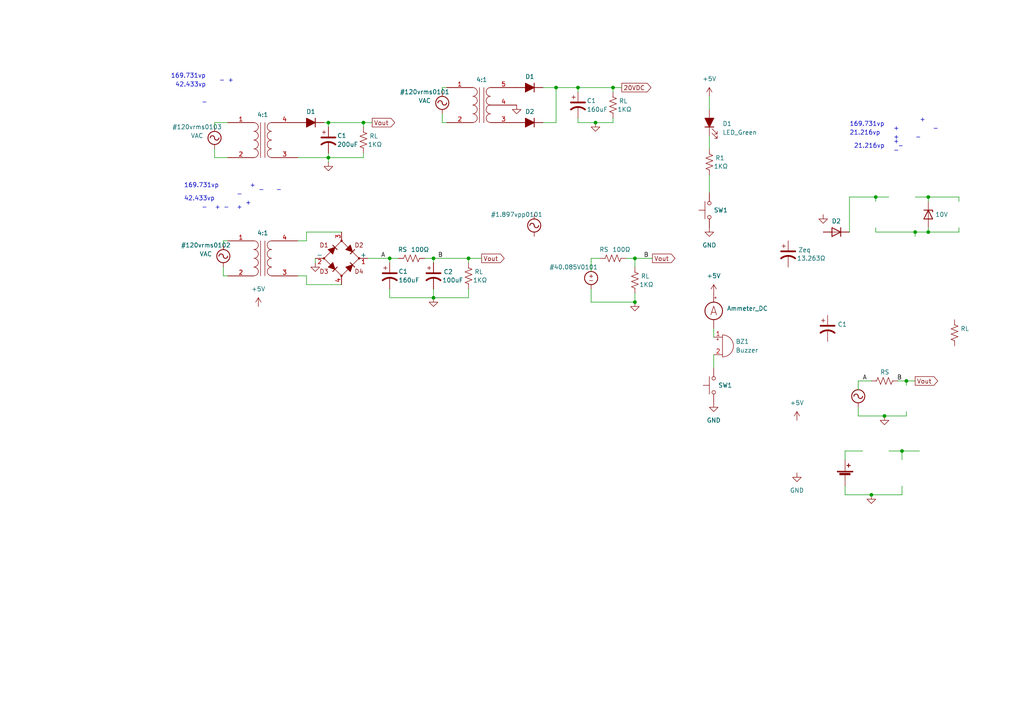
<source format=kicad_sch>
(kicad_sch (version 20211123) (generator eeschema)
  (paper "A4")
  (lib_symbols
    (symbol "AT42QT1010-M_1"
      (property "Reference" "U1" (at 3.81 8.89 0))
      (property "Value" "HC-SR04" (at 10.16 6.35 0))
      (symbol "AT42QT1010-M_1_1_1"
        (pin passive line (at 0 -7.62 90) (length 2.54) hide (name "") (number ""))
        (pin passive line (at 10.16 1.27 180) (length 2.54) (name "Echo") (number ""))
        (pin power_in line (at 0 -7.62 90) (length 2.54) (name "Gnd") (number ""))
        (pin passive line (at 10.16 -1.27 180) (length 2.54) (name "Trig") (number ""))
        (pin power_in line (at 0 7.62 270) (length 2.54) (name "Vcc") (number ""))
      )
    )
    (symbol "AT42QT1010-M_2"
      (property "Reference" "U2" (at -1.27 8.89 0))
      (property "Value" "Joystick" (at -1.27 6.35 0))
      (symbol "AT42QT1010-M_2_1_1"
        (pin passive line (at 0 -7.62 90) (length 2.54) hide (name "") (number ""))
        (pin passive line (at 10.16 -2.54 180) (length 2.54) (name "B") (number ""))
        (pin power_in line (at 0 -7.62 90) (length 2.54) (name "G") (number ""))
        (pin power_in line (at 0 7.62 270) (length 2.54) (name "V") (number ""))
        (pin passive line (at 10.16 2.54 180) (length 2.54) (name "X") (number ""))
        (pin passive line (at 10.16 0 180) (length 2.54) (name "Y") (number ""))
      )
    )
    (symbol "AT42QT1010-M_3"
      (property "Reference" "U?" (at -1.27 8.89 0))
      (property "Value" "AT42QT1010-M_3" (at -1.27 6.35 0))
      (symbol "AT42QT1010-M_3_1_1"
        (pin passive line (at 0 -10.16 90) (length 2.54) hide (name "") (number ""))
        (pin passive line (at 10.16 3.81 180) (length 2.54) (name "A") (number ""))
        (pin passive line (at 10.16 1.27 180) (length 2.54) (name "B") (number ""))
        (pin passive line (at 10.16 -3.81 180) (length 2.54) (name "C") (number ""))
        (pin passive line (at 10.16 -6.35 180) (length 2.54) (name "D") (number ""))
        (pin power_in line (at 0 -10.16 90) (length 2.54) (name "G") (number ""))
        (pin passive line (at -10.16 2.54 0) (length 2.54) (name "IN1") (number ""))
        (pin passive line (at -10.16 0 0) (length 2.54) (name "IN2") (number ""))
        (pin passive line (at -10.16 -2.54 0) (length 2.54) (name "IN3") (number ""))
        (pin passive line (at -10.16 -5.08 0) (length 2.54) (name "IN4") (number ""))
        (pin power_in line (at 0 7.62 270) (length 2.54) (name "V") (number ""))
        (pin passive line (at 10.16 -1.27 180) (length 2.54) (name "Y") (number ""))
      )
    )
    (symbol "AT42QT1010-M_4"
      (property "Reference" "U?" (at 5.08 8.89 0))
      (property "Value" "AT42QT1010-M_4" (at 17.78 6.35 0))
      (symbol "AT42QT1010-M_4_1_1"
        (pin passive line (at 0 -10.16 90) (length 2.54) hide (name "") (number ""))
        (pin power_in line (at 0 -10.16 90) (length 2.54) (name "G") (number ""))
        (pin passive line (at -10.16 -2.54 0) (length 2.54) (name "SCL") (number ""))
        (pin passive line (at -10.16 0 0) (length 2.54) (name "SDA") (number ""))
        (pin power_in line (at 0 7.62 270) (length 2.54) (name "V") (number ""))
      )
    )
    (symbol "AT42QT1010-M_5"
      (property "Reference" "U?" (at 5.08 8.89 0))
      (property "Value" "AT42QT1010-M_5" (at 12.7 6.35 0))
      (symbol "AT42QT1010-M_5_1_1"
        (pin passive line (at 0 -10.16 90) (length 2.54) hide (name "") (number ""))
        (pin power_in line (at 0 -10.16 90) (length 2.54) (name "GND") (number ""))
        (pin passive line (at -10.16 0 0) (length 2.54) (name "SDA") (number ""))
        (pin passive line (at -10.16 -2.54 0) (length 2.54) (name "SDL") (number ""))
        (pin power_in line (at 0 7.62 270) (length 2.54) (name "VCC") (number ""))
      )
    )
    (symbol "Arduino_Nano_v3.x_1"
      (property "Reference" "A1_Nano1" (at 3.81 1.27 0))
      (symbol "Arduino_Nano_v3.x_1_1_1"
        (pin bidirectional line (at -12.7 12.7 0) (length 2.54) (name "D1/TX") (number "1"))
        (pin bidirectional line (at -12.7 -2.54 0) (length 2.54) (name "D7") (number "10"))
        (pin bidirectional line (at -12.7 -5.08 0) (length 2.54) (name "D8") (number "11"))
        (pin bidirectional line (at -12.7 -7.62 0) (length 2.54) (name "D9") (number "12"))
        (pin bidirectional line (at -12.7 -10.16 0) (length 2.54) (name "D10") (number "13"))
        (pin bidirectional line (at -12.7 -12.7 0) (length 2.54) (name "D11") (number "14"))
        (pin bidirectional line (at -12.7 -15.24 0) (length 2.54) (name "D12") (number "15"))
        (pin bidirectional line (at -12.7 -17.78 0) (length 2.54) (name "D13") (number "16"))
        (pin power_out line (at 7.62 25.4 270) (length 2.54) (name "3V3") (number "17"))
        (pin input line (at 12.7 5.08 180) (length 2.54) (name "AREF") (number "18"))
        (pin bidirectional line (at 12.7 0 180) (length 2.54) (name "A0") (number "19"))
        (pin bidirectional line (at -12.7 15.24 0) (length 2.54) (name "D0/RX") (number "2"))
        (pin bidirectional line (at 12.7 -2.54 180) (length 2.54) (name "A1") (number "20"))
        (pin bidirectional line (at 12.7 -5.08 180) (length 2.54) (name "A2") (number "21"))
        (pin bidirectional line (at 12.7 -7.62 180) (length 2.54) (name "A3") (number "22"))
        (pin bidirectional line (at 12.7 -10.16 180) (length 2.54) (name "A4") (number "23"))
        (pin bidirectional line (at 12.7 -12.7 180) (length 2.54) (name "A5") (number "24"))
        (pin bidirectional line (at 12.7 -15.24 180) (length 2.54) (name "A6") (number "25"))
        (pin bidirectional line (at 12.7 -17.78 180) (length 2.54) (name "A7") (number "26"))
        (pin power_out line (at 5.08 25.4 270) (length 2.54) (name "+5V") (number "27"))
        (pin input line (at 12.7 15.24 180) (length 2.54) (name "~{RESET}") (number "28"))
        (pin power_in line (at 2.54 -25.4 90) (length 2.54) (name "GND") (number "29"))
        (pin input line (at 12.7 12.7 180) (length 2.54) (name "~{RESET}") (number "3"))
        (pin power_in line (at -2.54 25.4 270) (length 2.54) (name "VIN") (number "30"))
        (pin power_in line (at 0 -25.4 90) (length 2.54) (name "GND") (number "4"))
        (pin bidirectional line (at -12.7 10.16 0) (length 2.54) (name "D2") (number "5"))
        (pin bidirectional line (at -12.7 7.62 0) (length 2.54) (name "D3") (number "6"))
        (pin bidirectional line (at -12.7 5.08 0) (length 2.54) (name "D4") (number "7"))
        (pin bidirectional line (at -12.7 2.54 0) (length 2.54) (name "D5") (number "8"))
        (pin bidirectional line (at -12.7 0 0) (length 2.54) (name "D6") (number "9"))
      )
    )
    (symbol "DIODE_1" (pin_numbers hide) (pin_names (offset 1.016) hide)
      (property "Reference" "D1" (at 0 3.175 0))
      (symbol "DIODE_1_1_1"
        (pin passive line (at -3.81 0 0) (length 2.54) (name "A") (number "1"))
        (pin passive line (at 3.81 0 180) (length 2.54) (name "K") (number "2"))
      )
    )
    (symbol "Device:Ammeter_DC" (pin_numbers hide) (pin_names (offset 0.0254) hide)
      (property "Reference" "MES?" (at 3.81 1.7146 0))
      (property "Value" "Ammeter_DC" (at 3.81 -0.8254 0))
      (symbol "Ammeter_DC_0_0"
        (text "A" (at 0 0 0) (effects (font (size 2.54 2.54))))
      )
      (symbol "Ammeter_DC_1_1"
        (pin passive line (at 0 -5.08 90) (length 2.54) (name "-") (number "1"))
        (pin passive line (at 0 5.08 270) (length 2.54) (name "+") (number "2"))
      )
    )
    (symbol "Device:Battery_Cell" (pin_numbers hide) (pin_names (offset 0) hide)
      (property "Reference" "BT" (at 2.54 2.54 0))
      (property "Value" "Battery_Cell" (at 2.54 0 0))
      (symbol "Battery_Cell_1_1"
        (pin passive line (at 0 5.08 270) (length 2.54) (name "+") (number "1"))
        (pin passive line (at 0 -2.54 90) (length 2.54) (name "-") (number "2"))
      )
    )
    (symbol "Device:Buzzer" (pin_names (offset 0.0254) hide)
      (property "Reference" "BZ" (at 3.81 1.27 0))
      (property "Value" "Buzzer" (at 3.81 -1.27 0))
      (symbol "Buzzer_1_1"
        (pin passive line (at -2.54 2.54 0) (length 2.54) (name "-") (number "1"))
        (pin passive line (at -2.54 -2.54 0) (length 2.54) (name "+") (number "2"))
      )
    )
    (symbol "Device:D_Bridge_+-AA" (pin_names (offset 0))
      (symbol "D_Bridge_+-AA_0_0"
        (text "D1" (at -5.08 3.81 0) (effects (font (size 1.27 1.27))))
        (text "D2" (at 5.08 3.81 0) (effects (font (size 1.27 1.27))))
        (text "D3" (at -5.08 -3.81 0) (effects (font (size 1.27 1.27))))
        (text "D4" (at 5.08 -3.81 0) (effects (font (size 1.27 1.27))))
      )
      (symbol "D_Bridge_+-AA_1_1"
        (pin passive line (at 7.62 0 180) (length 2.54) (name "+") (number "1"))
        (pin passive line (at -7.62 0 0) (length 2.54) (name "-") (number "2"))
        (pin passive line (at 0 7.62 270) (length 2.54) (name "~") (number "3"))
        (pin passive line (at 0 -7.62 90) (length 2.54) (name "~") (number "4"))
      )
    )
    (symbol "Device:D_Zener" (pin_numbers hide) (pin_names (offset 1.016) hide)
      (property "Reference" "D" (at 0 2.54 0))
      (property "Value" "D_Zener" (at 0 -2.54 0))
      (symbol "D_Zener_1_1"
        (pin passive line (at -3.81 0 0) (length 2.54) (name "K") (number "1"))
        (pin passive line (at 3.81 0 180) (length 2.54) (name "A") (number "2"))
      )
    )
    (symbol "Device:LED_BGRK" (pin_names (offset 0) hide)
      (property "Reference" "D1" (at 8.89 1.2701 90))
      (property "Value" "Traffic_Light_Sensor" (at 8.89 -1.2699 90))
      (symbol "LED_BGRK_0_0"
        (text "G" (at 3.81 6.35 0) (effects (font (size 1.27 1.27))))
        (text "GND" (at -5.08 1.27 0) (effects (font (size 1.27 1.27))))
        (text "R" (at 3.81 -3.81 0) (effects (font (size 1.27 1.27))))
        (text "Y" (at 3.81 1.27 0) (effects (font (size 1.27 1.27))))
      )
      (symbol "LED_BGRK_1_1"
        (pin passive line (at 5.08 -5.08 180) (length 2.54) (name "BA") (number "1"))
        (pin passive line (at 5.08 0 180) (length 2.54) (name "GA") (number "2"))
        (pin passive line (at 5.08 5.08 180) (length 2.54) (name "RA") (number "3"))
        (pin passive line (at -5.08 0 0) (length 2.54) (name "K") (number "4"))
      )
    )
    (symbol "Device:LED_Filled" (pin_numbers hide) (pin_names (offset 1.016) hide)
      (property "Reference" "D" (at 0 2.54 0))
      (property "Value" "LED_Filled" (at 0 -2.54 0))
      (symbol "LED_Filled_1_1"
        (pin passive line (at -3.81 0 0) (length 2.54) (name "K") (number "1"))
        (pin passive line (at 3.81 0 180) (length 2.54) (name "A") (number "2"))
      )
    )
    (symbol "Device:R_Potentiometer_US" (pin_names (offset 1.016) hide)
      (property "Reference" "RV" (at -4.445 0 90))
      (property "Value" "R_Potentiometer_US" (at -2.54 0 90))
      (symbol "R_Potentiometer_US_1_1"
        (pin passive line (at 0 3.81 270) (length 1.27) (name "1") (number "1"))
        (pin passive line (at 3.81 0 180) (length 1.27) (name "2") (number "2"))
        (pin passive line (at 0 -3.81 90) (length 1.27) (name "3") (number "3"))
      )
    )
    (symbol "Device:R_US" (pin_numbers hide) (pin_names (offset 0))
      (property "Reference" "R" (at 2.54 0 90))
      (property "Value" "R_US" (at -2.54 0 90))
      (symbol "R_US_1_1"
        (pin passive line (at 0 3.81 270) (length 1.27) (name "~") (number "1"))
        (pin passive line (at 0 -3.81 90) (length 1.27) (name "~") (number "2"))
      )
    )
    (symbol "Device:Transformer_1P_1S" (pin_names (offset 1.016) hide)
      (property "Reference" "T" (at 0 6.35 0))
      (property "Value" "Transformer_1P_1S" (at 0 -7.62 0))
      (symbol "Transformer_1P_1S_1_1"
        (pin passive line (at -10.16 5.08 0) (length 7.62) (name "AA") (number "1"))
        (pin passive line (at -10.16 -5.08 0) (length 7.62) (name "AB") (number "2"))
        (pin passive line (at 10.16 -5.08 180) (length 7.62) (name "SA") (number "3"))
        (pin passive line (at 10.16 5.08 180) (length 7.62) (name "SB") (number "4"))
      )
    )
    (symbol "Device:Transformer_1P_SS" (pin_names (offset 1.016) hide)
      (property "Reference" "T" (at 0 6.35 0))
      (property "Value" "Transformer_1P_SS" (at 0 -7.62 0))
      (symbol "Transformer_1P_SS_1_1"
        (pin passive line (at -10.16 5.08 0) (length 7.62) (name "AA") (number "1"))
        (pin passive line (at -10.16 -5.08 0) (length 7.62) (name "AB") (number "2"))
        (pin passive line (at 10.16 -5.08 180) (length 7.62) (name "SA") (number "3"))
        (pin passive line (at 10.16 0 180) (length 7.62) (name "SC") (number "4"))
        (pin passive line (at 10.16 5.08 180) (length 7.62) (name "SB") (number "5"))
      )
    )
    (symbol "Display_Character:WC1602A"
      (property "Reference" "LCD1" (at 8.89 1.2701 0))
      (property "Value" "0802A" (at 8.89 -1.2699 0))
      (symbol "WC1602A_1_1"
        (pin power_in line (at 0 -20.32 90) (length 2.54) (name "Gnd") (number "1"))
        (pin input line (at -10.16 1.27 0) (length 2.54) (name "D3") (number "10"))
        (pin input line (at -10.16 3.81 0) (length 2.54) (name "D4") (number "11"))
        (pin input line (at -10.16 6.35 0) (length 2.54) (name "D5") (number "12"))
        (pin input line (at -10.16 8.89 0) (length 2.54) (name "D6") (number "13"))
        (pin input line (at -10.16 11.43 0) (length 2.54) (name "D7") (number "14"))
        (pin power_in line (at 0 20.32 270) (length 2.54) (name "Vcc") (number "2"))
        (pin input line (at 3.81 20.32 270) (length 2.54) (name "VO") (number "3"))
        (pin input line (at -10.16 -13.97 0) (length 2.54) (name "RS") (number "4"))
        (pin input line (at 3.81 -20.32 90) (length 2.54) (name "R/W") (number "5"))
        (pin input line (at -10.16 -11.43 0) (length 2.54) (name "E") (number "6"))
        (pin input line (at -10.16 -6.35 0) (length 2.54) (name "D0") (number "7"))
        (pin input line (at -10.16 -3.81 0) (length 2.54) (name "D1") (number "8"))
        (pin input line (at -10.16 -1.27 0) (length 2.54) (name "D2") (number "9"))
      )
    )
    (symbol "MCU_Module:Arduino_Nano_v3.x"
      (property "Reference" "A" (at -10.16 23.495 0))
      (property "Value" "Arduino_Nano_v3.x" (at 5.08 -24.13 0))
      (symbol "Arduino_Nano_v3.x_1_1"
        (pin bidirectional line (at -12.7 12.7 0) (length 2.54) (name "D1/TX") (number "1"))
        (pin bidirectional line (at -12.7 -2.54 0) (length 2.54) (name "D7") (number "10"))
        (pin bidirectional line (at -12.7 -5.08 0) (length 2.54) (name "D8") (number "11"))
        (pin bidirectional line (at -12.7 -7.62 0) (length 2.54) (name "D9") (number "12"))
        (pin bidirectional line (at -12.7 -10.16 0) (length 2.54) (name "D10") (number "13"))
        (pin bidirectional line (at -12.7 -12.7 0) (length 2.54) (name "D11") (number "14"))
        (pin bidirectional line (at -12.7 -15.24 0) (length 2.54) (name "D12") (number "15"))
        (pin bidirectional line (at -12.7 -17.78 0) (length 2.54) (name "D13") (number "16"))
        (pin power_out line (at 2.54 25.4 270) (length 2.54) (name "3V3") (number "17"))
        (pin input line (at 12.7 5.08 180) (length 2.54) (name "AREF") (number "18"))
        (pin bidirectional line (at 12.7 0 180) (length 2.54) (name "A0") (number "19"))
        (pin bidirectional line (at -12.7 15.24 0) (length 2.54) (name "D0/RX") (number "2"))
        (pin bidirectional line (at 12.7 -2.54 180) (length 2.54) (name "A1") (number "20"))
        (pin bidirectional line (at 12.7 -5.08 180) (length 2.54) (name "A2") (number "21"))
        (pin bidirectional line (at 12.7 -7.62 180) (length 2.54) (name "A3") (number "22"))
        (pin bidirectional line (at 12.7 -10.16 180) (length 2.54) (name "A4") (number "23"))
        (pin bidirectional line (at 12.7 -12.7 180) (length 2.54) (name "A5") (number "24"))
        (pin bidirectional line (at 12.7 -15.24 180) (length 2.54) (name "A6") (number "25"))
        (pin bidirectional line (at 12.7 -17.78 180) (length 2.54) (name "A7") (number "26"))
        (pin power_out line (at 5.08 25.4 270) (length 2.54) (name "+5V") (number "27"))
        (pin input line (at 12.7 15.24 180) (length 2.54) (name "~{RESET}") (number "28"))
        (pin power_in line (at 2.54 -25.4 90) (length 2.54) (name "GND") (number "29"))
        (pin input line (at 12.7 12.7 180) (length 2.54) (name "~{RESET}") (number "3"))
        (pin power_in line (at -2.54 25.4 270) (length 2.54) (name "VIN") (number "30"))
        (pin power_in line (at 0 -25.4 90) (length 2.54) (name "GND") (number "4"))
        (pin bidirectional line (at -12.7 10.16 0) (length 2.54) (name "D2") (number "5"))
        (pin bidirectional line (at -12.7 7.62 0) (length 2.54) (name "D3") (number "6"))
        (pin bidirectional line (at -12.7 5.08 0) (length 2.54) (name "D4") (number "7"))
        (pin bidirectional line (at -12.7 2.54 0) (length 2.54) (name "D5") (number "8"))
        (pin bidirectional line (at -12.7 0 0) (length 2.54) (name "D6") (number "9"))
      )
    )
    (symbol "Motor:Motor_Servo_Robbe" (pin_names (offset 0.0254))
      (property "Reference" "M?" (at 8.89 1.7035 0))
      (property "Value" "Motor_Servo_Robbe" (at 8.89 -0.8365 0))
      (symbol "Motor_Servo_Robbe_1_1"
        (pin passive line (at -7.62 -2.54 0) (length 2.54) (name "BRN") (number ""))
        (pin passive line (at -7.62 0 0) (length 2.54) (name "ORG") (number ""))
        (pin passive line (at -7.62 2.54 0) (length 2.54) (name "RED") (number ""))
      )
    )
    (symbol "Motor:Stepper_Motor_unipolar_5pin" (pin_names (offset 0) hide)
      (property "Reference" "M?" (at 5.08 0.2922 90))
      (property "Value" "Stepper_Motor_unipolar_5pin" (at 5.08 -2.2478 90))
      (symbol "Stepper_Motor_unipolar_5pin_1_1"
        (pin passive line (at 2.54 7.62 270) (length 2.54) (name "-") (number ""))
        (pin passive line (at -7.62 -2.54 0) (length 2.54) (name "~") (number ""))
        (pin passive line (at -7.62 2.54 0) (length 2.54) (name "~") (number ""))
        (pin passive line (at -5.08 7.62 270) (length 2.54) (name "~") (number ""))
        (pin passive line (at -2.54 7.62 270) (length 2.54) (name "~") (number ""))
      )
    )
    (symbol "PowerSupplies-rescue:CP1-Device" (pin_numbers hide) (pin_names (offset 0.254) hide)
      (property "Reference" "C" (at 0.635 2.54 0))
      (property "Value" "CP1-Device" (at 0.635 -2.54 0))
      (symbol "CP1-Device_1_1"
        (pin passive line (at 0 3.81 270) (length 2.794) (name "~") (number "1"))
        (pin passive line (at 0 -3.81 90) (length 3.302) (name "~") (number "2"))
      )
    )
    (symbol "Sensor_Touch:AT42QT1010-M"
      (property "Reference" "U2" (at 5.08 10.16 0))
      (property "Value" "PIR Motion Sensor" (at 25.4 7.62 0))
      (symbol "AT42QT1010-M_1_1"
        (pin passive line (at 0 -7.62 90) (length 2.54) hide (name "") (number ""))
        (pin power_in line (at 0 -7.62 90) (length 2.54) (name "G") (number ""))
        (pin passive line (at 10.16 -2.54 180) (length 2.54) (name "S") (number ""))
        (pin power_in line (at 0 7.62 270) (length 2.54) (name "V") (number ""))
      )
    )
    (symbol "Simulation_SPICE:DIODE" (pin_numbers hide) (pin_names (offset 1.016) hide)
      (property "Reference" "D" (at 0 2.54 0))
      (property "Value" "DIODE" (at 0 -2.54 0))
      (symbol "DIODE_1_1"
        (pin passive line (at -3.81 0 0) (length 2.54) (name "A") (number "1"))
        (pin passive line (at 3.81 0 180) (length 2.54) (name "K") (number "2"))
      )
    )
    (symbol "Switch:SW_Push" (pin_numbers hide) (pin_names (offset 1.016) hide)
      (property "Reference" "SW" (at 1.27 2.54 0))
      (property "Value" "SW_Push" (at 0 -1.524 0))
      (symbol "SW_Push_0_1"
        (pin passive line (at -5.08 0 0) (length 2.54) (name "1") (number "1"))
        (pin passive line (at 5.08 0 180) (length 2.54) (name "2") (number "2"))
      )
    )
    (symbol "power:+5V" (power) (pin_names (offset 0))
      (property "Value" "+5V" (at 0 3.556 0))
      (symbol "+5V_1_1"
        (pin power_in line (at 0 0 90) (length 0) hide (name "+5V") (number "1"))
      )
    )
    (symbol "power:+VDC" (power) (pin_names (offset 0))
      (property "Value" "+VDC" (at -3.81 6.35 0))
      (symbol "+VDC_0_0"
        (text "+" (at 0 3.81 0) (effects (font (size 1.27 1.27))))
        (text "-" (at 0 2.54 0) (effects (font (size 1.27 1.27))))
      )
      (symbol "+VDC_1_1"
        (pin input line (at 0 5.08 90) (length 2.54) hide (name "") (number ""))
        (pin power_in line (at 0 0 90) (length 0) hide (name "+VDC") (number "1"))
      )
    )
    (symbol "power:AC" (power) (pin_names (offset 0))
      (property "Value" "AC" (at 0 6.35 0))
      (symbol "AC_1_1"
        (pin power_in line (at 0 0 90) (length 0) hide (name "AC") (number "1"))
      )
    )
    (symbol "power:GND" (power) (pin_names (offset 0))
      (property "Value" "GND" (at 0 -3.81 0))
      (symbol "GND_1_1"
        (pin power_in line (at 0 0 270) (length 0) hide (name "GND") (number "1"))
      )
    )
    (symbol "power:VAC" (power) (pin_names (offset 0))
      (property "Value" "VAC" (at -3.81 5.08 0))
      (symbol "VAC_1_1"
        (pin input line (at 0 6.35 270) (length 1.25) (name "") (number ""))
        (pin power_in line (at 0 0 90) (length 2.54) hide (name "VAC") (number "1"))
      )
    )
  )
  (junction (at 105.41 35.56))
  (junction (at 388.62 196.85))
  (junction (at 161.29 25.4))
  (junction (at 93.98 381))
  (junction (at 125.73 74.93))
  (junction (at 265.43 67.31))
  (junction (at 269.24 57.15))
  (junction (at 254 57.15))
  (junction (at -80.01 142.24))
  (junction (at 252.73 143.51))
  (junction (at 96.52 383.54))
  (junction (at 256.54 120.65))
  (junction (at 184.15 74.93))
  (junction (at 269.24 67.31))
  (junction (at 135.89 74.93))
  (junction (at 261.62 130.81))
  (junction (at 95.25 35.56))
  (junction (at 167.64 25.4))
  (junction (at 177.8 25.4))
  (junction (at 113.03 74.93))
  (junction (at 172.72 35.56))
  (junction (at 125.73 86.36))
  (junction (at 184.15 87.63))
  (junction (at 262.89 110.49))
  (junction (at 95.25 45.72))
  (no_connect (at 356.87 234.95))
  (no_connect (at 341.63 267.97))
  (no_connect (at 367.03 260.35))
  (no_connect (at 105.41 250.19))
  (no_connect (at 90.17 375.92))
  (no_connect (at -127 274.32))
  (no_connect (at 337.82 182.88))
  (no_connect (at 64.77 358.14))
  (no_connect (at 337.82 172.72))
  (no_connect (at 337.82 187.96))
  (no_connect (at -152.4 292.1))
  (no_connect (at 341.63 247.65))
  (no_connect (at 367.03 257.81))
  (no_connect (at 363.22 160.02))
  (no_connect (at 64.77 383.54))
  (no_connect (at 341.63 265.43))
  (no_connect (at 95.25 260.35))
  (no_connect (at 64.77 370.84))
  (no_connect (at 367.03 250.19))
  (no_connect (at -127 297.18))
  (no_connect (at 64.77 378.46))
  (no_connect (at 90.17 355.6))
  (no_connect (at 74.93 345.44))
  (no_connect (at -127 284.48))
  (no_connect (at 367.03 247.65))
  (no_connect (at -127 276.86))
  (no_connect (at 341.63 245.11))
  (no_connect (at 363.22 190.5))
  (no_connect (at 378.46 175.26))
  (no_connect (at 337.82 157.48))
  (no_connect (at 347.98 147.32))
  (no_connect (at 353.06 147.32))
  (no_connect (at 367.03 265.43))
  (no_connect (at 95.25 290.83))
  (no_connect (at -139.7 314.96))
  (no_connect (at 341.63 270.51))
  (no_connect (at 120.65 267.97))
  (no_connect (at 367.03 273.05))
  (no_connect (at 64.77 375.92))
  (no_connect (at 90.17 386.08))
  (no_connect (at 120.65 290.83))
  (no_connect (at -127 289.56))
  (no_connect (at 120.65 293.37))
  (no_connect (at -152.4 299.72))
  (no_connect (at -127 292.1))
  (no_connect (at 64.77 373.38))
  (no_connect (at 95.25 293.37))
  (no_connect (at 77.47 396.24))
  (no_connect (at 64.77 381))
  (no_connect (at 337.82 180.34))
  (no_connect (at 90.17 388.62))
  (no_connect (at 367.03 262.89))
  (no_connect (at 64.77 365.76))
  (no_connect (at 120.65 273.05))
  (no_connect (at -152.4 307.34))
  (no_connect (at 95.25 283.21))
  (no_connect (at 95.25 278.13))
  (no_connect (at 120.65 262.89))
  (no_connect (at 90.17 365.76))
  (no_connect (at 367.03 278.13))
  (no_connect (at 120.65 265.43))
  (no_connect (at -127 307.34))
  (no_connect (at 337.82 175.26))
  (no_connect (at 95.25 262.89))
  (no_connect (at 64.77 388.62))
  (no_connect (at 363.22 182.88))
  (no_connect (at 341.63 273.05))
  (no_connect (at 90.17 378.46))
  (no_connect (at 378.46 177.8))
  (no_connect (at 354.33 285.75))
  (no_connect (at 120.65 275.59))
  (no_connect (at 337.82 190.5))
  (no_connect (at 367.03 252.73))
  (no_connect (at 107.95 300.99))
  (no_connect (at 90.17 370.84))
  (no_connect (at 341.63 255.27))
  (no_connect (at 363.22 172.72))
  (no_connect (at 350.52 198.12))
  (no_connect (at -137.16 264.16))
  (no_connect (at -152.4 294.64))
  (no_connect (at -127 279.4))
  (no_connect (at -152.4 297.18))
  (no_connect (at 378.46 180.34))
  (no_connect (at 378.46 172.72))
  (no_connect (at 95.25 285.75))
  (no_connect (at 363.22 180.34))
  (no_connect (at -152.4 304.8))
  (no_connect (at -152.4 302.26))
  (no_connect (at -127 294.64))
  (no_connect (at -152.4 276.86))
  (no_connect (at 120.65 260.35))
  (no_connect (at 64.77 368.3))
  (no_connect (at 351.79 234.95))
  (no_connect (at 95.25 288.29))
  (no_connect (at 90.17 358.14))
  (no_connect (at -127 287.02))
  (no_connect (at -152.4 284.48))
  (no_connect (at -152.4 274.32))
  (no_connect (at 367.03 245.11))
  (no_connect (at 64.77 355.6))
  (no_connect (at 64.77 360.68))
  (no_connect (at 95.25 275.59))
  (no_connect (at 341.63 275.59))
  (no_connect (at -152.4 279.4))
  (no_connect (at 64.77 363.22))
  (no_connect (at -152.4 289.56))
  (no_connect (at 120.65 278.13))
  (no_connect (at 110.49 250.19))
  (no_connect (at 363.22 157.48))
  (no_connect (at 90.17 373.38))
  (no_connect (at 337.82 160.02))
  (no_connect (at 95.25 280.67))
  (no_connect (at 336.55 265.43))
  (no_connect (at 120.65 270.51))
  (no_connect (at 337.82 167.64))
  (no_connect (at -127 281.94))
  (no_connect (at -152.4 281.94))
  (no_connect (at 367.03 275.59))
  (no_connect (at 337.82 185.42))
  (no_connect (at 341.63 278.13))
  (no_connect (at 337.82 177.8))
  (no_connect (at 95.25 270.51))
  (no_connect (at -142.24 264.16))
  (no_connect (at -127 304.8))
  (no_connect (at 64.77 386.08))
  (wire (pts (xy 207.01 102.87) (xy 207.01 106.68)))
  (wire (pts (xy -93.98 121.92) (xy -93.98 142.24)))
  (wire (pts (xy 129.54 35.56) (xy 128.27 35.56)))
  (wire (pts (xy 125.73 86.36) (xy 135.89 86.36)))
  (wire (pts (xy 129.54 25.4) (xy 128.27 25.4)))
  (wire (pts (xy 262.89 110.49) (xy 262.89 111.76)))
  (wire (pts (xy 177.8 25.4) (xy 180.34 25.4)))
  (wire (pts (xy 93.98 353.06) (xy 93.98 381)))
  (wire (pts (xy 363.22 167.64) (xy 378.46 167.64)))
  (wire (pts (xy 184.15 74.93) (xy 181.61 74.93)))
  (wire (pts (xy 429.26 177.8) (xy 429.26 142.24)))
  (wire (pts (xy 96.52 383.54) (xy 96.52 388.62)))
  (wire (pts (xy 184.15 87.63) (xy 171.45 87.63)))
  (wire (pts (xy 113.03 86.36) (xy 125.73 86.36)))
  (wire (pts (xy 278.13 66.04) (xy 278.13 67.31)))
  (wire (pts (xy 113.03 74.93) (xy 115.57 74.93)))
  (wire (pts (xy 95.25 35.56) (xy 105.41 35.56)))
  (wire (pts (xy 99.06 386.08) (xy 93.98 386.08)))
  (wire (pts (xy 125.73 76.2) (xy 125.73 74.93)))
  (wire (pts (xy 369.57 175.26) (xy 363.22 175.26)))
  (wire (pts (xy 157.48 35.56) (xy 161.29 35.56)))
  (wire (pts (xy 269.24 67.31) (xy 278.13 67.31)))
  (wire (pts (xy 184.15 74.93) (xy 189.23 74.93)))
  (wire (pts (xy 88.9 82.55) (xy 88.9 80.01)))
  (wire (pts (xy 248.92 110.49) (xy 252.73 110.49)))
  (wire (pts (xy 184.15 85.09) (xy 184.15 87.63)))
  (wire (pts (xy 375.92 144.78) (xy 426.72 144.78)))
  (wire (pts (xy 161.29 276.86) (xy 162.56 276.86)))
  (wire (pts (xy 265.43 67.31) (xy 269.24 67.31)))
  (wire (pts (xy 96.52 355.6) (xy 99.06 355.6)))
  (wire (pts (xy 245.11 143.51) (xy 252.73 143.51)))
  (wire (pts (xy 459.74 288.29) (xy 459.74 252.73)))
  (wire (pts (xy -93.98 96.52) (xy -93.98 116.84)))
  (wire (pts (xy 88.9 69.85) (xy 86.36 69.85)))
  (wire (pts (xy 318.77 68.58) (xy 318.77 72.39)))
  (wire (pts (xy 90.17 383.54) (xy 96.52 383.54)))
  (wire (pts (xy 363.22 165.1) (xy 378.46 165.1)))
  (wire (pts (xy 254 57.15) (xy 254 58.42)))
  (wire (pts (xy 367.03 270.51) (xy 381 270.51)))
  (wire (pts (xy 254 66.04) (xy 254 67.31)))
  (wire (pts (xy 172.72 289.56) (xy 172.72 287.02)))
  (wire (pts (xy 261.62 130.81) (xy 257.81 130.81)))
  (wire (pts (xy 157.48 25.4) (xy 161.29 25.4)))
  (wire (pts (xy 336.55 262.89) (xy 341.63 262.89)))
  (wire (pts (xy 260.35 110.49) (xy 262.89 110.49)))
  (wire (pts (xy 369.57 142.24) (xy 369.57 175.26)))
  (wire (pts (xy 262.89 119.38) (xy 262.89 120.65)))
  (wire (pts (xy 205.74 27.94) (xy 205.74 31.75)))
  (wire (pts (xy 86.36 45.72) (xy 95.25 45.72)))
  (wire (pts (xy 171.45 83.82) (xy 171.45 87.63)))
  (wire (pts (xy 128.27 25.4) (xy 128.27 26.67)))
  (wire (pts (xy 246.38 57.15) (xy 254 57.15)))
  (wire (pts (xy 453.39 288.29) (xy 459.74 288.29)))
  (wire (pts (xy 105.41 35.56) (xy 107.95 35.56)))
  (wire (pts (xy 125.73 74.93) (xy 123.19 74.93)))
  (wire (pts (xy 66.04 69.85) (xy 64.77 69.85)))
  (wire (pts (xy 167.64 34.29) (xy 167.64 35.56)))
  (wire (pts (xy 388.62 152.4) (xy 388.62 153.67)))
  (wire (pts (xy 64.77 69.85) (xy 64.77 71.12)))
  (wire (pts (xy 363.22 187.96) (xy 378.46 187.96)))
  (wire (pts (xy 96.52 355.6) (xy 96.52 383.54)))
  (wire (pts (xy -27.94 71.12) (xy -27.94 77.47)))
  (wire (pts (xy 388.62 194.31) (xy 388.62 196.85)))
  (wire (pts (xy 149.86 287.02) (xy 167.64 287.02)))
  (wire (pts (xy 426.72 175.26) (xy 426.72 144.78)))
  (wire (pts (xy 269.24 66.04) (xy 269.24 67.31)))
  (wire (pts (xy 93.98 386.08) (xy 93.98 381)))
  (wire (pts (xy 96.52 388.62) (xy 99.06 388.62)))
  (wire (pts (xy 135.89 83.82) (xy 135.89 86.36)))
  (wire (pts (xy 184.15 77.47) (xy 184.15 74.93)))
  (wire (pts (xy 93.98 353.06) (xy 99.06 353.06)))
  (wire (pts (xy 422.91 175.26) (xy 426.72 175.26)))
  (wire (pts (xy 262.89 120.65) (xy 256.54 120.65)))
  (wire (pts (xy 248.92 120.65) (xy 256.54 120.65)))
  (wire (pts (xy 172.72 35.56) (xy 177.8 35.56)))
  (wire (pts (xy 120.65 285.75) (xy 129.54 285.75)))
  (wire (pts (xy 252.73 143.51) (xy 261.62 143.51)))
  (wire (pts (xy 90.17 381) (xy 93.98 381)))
  (wire (pts (xy 85.09 345.44) (xy 109.22 345.44)))
  (wire (pts (xy 261.62 143.51) (xy 261.62 140.97)))
  (wire (pts (xy 254 57.15) (xy 257.81 57.15)))
  (wire (pts (xy 167.64 25.4) (xy 161.29 25.4)))
  (wire (pts (xy 248.92 110.49) (xy 248.92 113.03)))
  (wire (pts (xy -27.94 55.88) (xy -27.94 63.5)))
  (wire (pts (xy 120.65 288.29) (xy 129.54 288.29)))
  (wire (pts (xy 381 248.92) (xy 374.65 248.92)))
  (wire (pts (xy 265.43 68.58) (xy 265.43 67.31)))
  (wire (pts (xy 105.41 44.45) (xy 105.41 45.72)))
  (wire (pts (xy -93.98 142.24) (xy -80.01 142.24)))
  (wire (pts (xy 245.11 133.35) (xy 245.11 130.81)))
  (wire (pts (xy 398.78 156.21) (xy 400.05 156.21)))
  (wire (pts (xy 245.11 140.97) (xy 245.11 143.51)))
  (wire (pts (xy 422.91 177.8) (xy 429.26 177.8)))
  (wire (pts (xy 363.22 177.8) (xy 375.92 177.8)))
  (wire (pts (xy 62.23 43.18) (xy 62.23 45.72)))
  (wire (pts (xy 336.55 260.35) (xy 341.63 260.35)))
  (wire (pts (xy 205.74 50.8) (xy 205.74 55.88)))
  (wire (pts (xy 254 67.31) (xy 265.43 67.31)))
  (wire (pts (xy -22.86 120.65) (xy -22.86 123.19)))
  (wire (pts (xy 398.78 156.21) (xy 398.78 153.67)))
  (wire (pts (xy 388.62 196.85) (xy 392.43 196.85)))
  (wire (pts (xy 269.24 58.42) (xy 269.24 57.15)))
  (wire (pts (xy 88.9 80.01) (xy 86.36 80.01)))
  (wire (pts (xy 167.64 26.67) (xy 167.64 25.4)))
  (wire (pts (xy -27.94 77.47) (xy -35.56 77.47)))
  (wire (pts (xy 66.04 80.01) (xy 64.77 80.01)))
  (wire (pts (xy 91.44 74.93) (xy 91.44 76.2)))
  (wire (pts (xy 113.03 83.82) (xy 113.03 86.36)))
  (wire (pts (xy 374.65 248.92) (xy 374.65 267.97)))
  (wire (pts (xy 246.38 67.31) (xy 246.38 57.15)))
  (wire (pts (xy 149.86 289.56) (xy 172.72 289.56)))
  (wire (pts (xy 363.22 170.18) (xy 378.46 170.18)))
  (wire (pts (xy 392.43 153.67) (xy 398.78 153.67)))
  (wire (pts (xy 120.65 280.67) (xy 129.54 280.67)))
  (wire (pts (xy 177.8 34.29) (xy 177.8 35.56)))
  (wire (pts (xy 323.85 71.12) (xy 323.85 72.39)))
  (wire (pts (xy -39.37 123.19) (xy -22.86 123.19)))
  (wire (pts (xy 149.86 281.94) (xy 162.56 281.94)))
  (wire (pts (xy 95.25 45.72) (xy 95.25 46.99)))
  (wire (pts (xy 161.29 25.4) (xy 161.29 35.56)))
  (wire (pts (xy 161.29 279.4) (xy 161.29 276.86)))
  (wire (pts (xy 278.13 57.15) (xy 278.13 58.42)))
  (wire (pts (xy 120.65 283.21) (xy 129.54 283.21)))
  (wire (pts (xy 62.23 35.56) (xy 66.04 35.56)))
  (wire (pts (xy 278.13 57.15) (xy 269.24 57.15)))
  (wire (pts (xy 135.89 76.2) (xy 135.89 74.93)))
  (wire (pts (xy 95.25 35.56) (xy 95.25 36.83)))
  (wire (pts (xy 105.41 35.56) (xy 105.41 36.83)))
  (wire (pts (xy 453.39 285.75) (xy 457.2 285.75)))
  (wire (pts (xy 149.86 279.4) (xy 161.29 279.4)))
  (wire (pts (xy 106.68 74.93) (xy 113.03 74.93)))
  (wire (pts (xy 62.23 35.56) (xy 62.23 36.83)))
  (wire (pts (xy 88.9 67.31) (xy 88.9 69.85)))
  (wire (pts (xy 177.8 25.4) (xy 177.8 26.67)))
  (wire (pts (xy 457.2 285.75) (xy 457.2 255.27)))
  (wire (pts (xy 313.69 66.04) (xy 313.69 72.39)))
  (wire (pts (xy -127 302.26) (xy -118.11 302.26)))
  (wire (pts (xy 245.11 130.81) (xy 250.19 130.81)))
  (wire (pts (xy 125.73 74.93) (xy 135.89 74.93)))
  (wire (pts (xy 363.22 185.42) (xy 378.46 185.42)))
  (wire (pts (xy 363.22 162.56) (xy 378.46 162.56)))
  (wire (pts (xy 392.43 196.85) (xy 392.43 194.31)))
  (wire (pts (xy 135.89 74.93) (xy 139.7 74.93)))
  (wire (pts (xy 205.74 39.37) (xy 205.74 43.18)))
  (wire (pts (xy 95.25 45.72) (xy 105.41 45.72)))
  (wire (pts (xy 318.77 82.55) (xy 318.77 85.09)))
  (wire (pts (xy 167.64 25.4) (xy 177.8 25.4)))
  (wire (pts (xy 173.99 74.93) (xy 171.45 74.93)))
  (wire (pts (xy 367.03 267.97) (xy 374.65 267.97)))
  (wire (pts (xy 149.86 284.48) (xy 162.56 284.48)))
  (wire (pts (xy 99.06 67.31) (xy 88.9 67.31)))
  (wire (pts (xy 66.04 45.72) (xy 62.23 45.72)))
  (wire (pts (xy 64.77 80.01) (xy 64.77 77.47)))
  (wire (pts (xy 262.89 110.49) (xy 265.43 110.49)))
  (wire (pts (xy 95.25 45.72) (xy 95.25 44.45)))
  (wire (pts (xy 269.24 57.15) (xy 265.43 57.15)))
  (wire (pts (xy 207.01 95.25) (xy 207.01 97.79)))
  (wire (pts (xy 248.92 118.11) (xy 248.92 120.65)))
  (wire (pts (xy 113.03 74.93) (xy 113.03 76.2)))
  (wire (pts (xy 261.62 133.35) (xy 261.62 130.81)))
  (wire (pts (xy 375.92 144.78) (xy 375.92 177.8)))
  (wire (pts (xy -127 299.72) (xy -118.11 299.72)))
  (wire (pts (xy 172.72 35.56) (xy 167.64 35.56)))
  (wire (pts (xy 171.45 74.93) (xy 171.45 78.74)))
  (wire (pts (xy 125.73 83.82) (xy 125.73 86.36)))
  (wire (pts (xy 93.98 35.56) (xy 95.25 35.56)))
  (wire (pts (xy 369.57 142.24) (xy 429.26 142.24)))
  (wire (pts (xy 99.06 82.55) (xy 88.9 82.55)))
  (wire (pts (xy 128.27 35.56) (xy 128.27 33.02)))
  (wire (pts (xy -80.01 127) (xy -80.01 142.24)))
  (wire (pts (xy 266.7 130.81) (xy 261.62 130.81)))
  (text "+" (at 68.58 60.96 0) (effects (font (size 1.27 1.27)) (justify left bottom)))
  (text "+" (at 259.08 38.1 0) (effects (font (size 1.27 1.27)) (justify left bottom)))
  (text "+" (at 266.7 35.56 0) (effects (font (size 1.27 1.27)) (justify left bottom)))
  (text "+" (at 62.23 60.96 0) (effects (font (size 1.27 1.27)) (justify left bottom)))
  (text "-" (at 63.5 24.13 0) (effects (font (size 1.27 1.27)) (justify left bottom)))
  (text "42.433vp" (at 53.34 58.42 0) (effects (font (size 1.27 1.27)) (justify left bottom)))
  (text "21.216vp" (at 247.65 43.18 0) (effects (font (size 1.27 1.27)) (justify left bottom)))
  (text "-" (at 259.08 44.45 0) (effects (font (size 1.27 1.27)) (justify left bottom)))
  (text "-" (at 58.42 60.96 0) (effects (font (size 1.27 1.27)) (justify left bottom)))
  (text "169.731vp" (at 246.38 36.83 0) (effects (font (size 1.27 1.27)) (justify left bottom)))
  (text "+" (at 72.39 54.61 0) (effects (font (size 1.27 1.27)) (justify left bottom)))
  (text "169.731vp" (at 53.34 54.61 0) (effects (font (size 1.27 1.27)) (justify left bottom)))
  (text "+" (at 66.04 24.13 0) (effects (font (size 1.27 1.27)) (justify left bottom)))
  (text "-" (at 260.35 43.18 0) (effects (font (size 1.27 1.27)) (justify left bottom)))
  (text "+" (at 259.08 41.91 0) (effects (font (size 1.27 1.27)) (justify left bottom)))
  (text "-" (at 68.58 57.15 0) (effects (font (size 1.27 1.27)) (justify left bottom)))
  (text "-" (at 74.93 55.88 0) (effects (font (size 1.27 1.27)) (justify left bottom)))
  (text "-" (at 64.77 60.96 0) (effects (font (size 1.27 1.27)) (justify left bottom)))
  (text "-" (at 270.51 38.1 0) (effects (font (size 1.27 1.27)) (justify left bottom)))
  (text "169.731vp" (at 49.53 22.86 0) (effects (font (size 1.27 1.27)) (justify left bottom)))
  (text "21.216vp" (at 246.38 39.37 0) (effects (font (size 1.27 1.27)) (justify left bottom)))
  (text "+" (at 259.08 40.64 0) (effects (font (size 1.27 1.27)) (justify left bottom)))
  (text "-" (at 265.43 40.64 0) (effects (font (size 1.27 1.27)) (justify left bottom)))
  (text "+" (at 71.12 59.69 0) (effects (font (size 1.27 1.27)) (justify left bottom)))
  (text "-" (at 58.42 30.48 0) (effects (font (size 1.27 1.27)) (justify left bottom)))
  (text "-" (at 80.01 55.88 0) (effects (font (size 1.27 1.27)) (justify left bottom)))
  (text "42.433vp" (at 50.8 25.4 0) (effects (font (size 1.27 1.27)) (justify left bottom)))
  (label "B" (at 186.69 74.93 0))
  (label "B" (at 127 74.93 0))
  (label "A" (at 110.49 74.93 0))
  (label "A" (at 251.46 110.49 180))
  (label "B" (at 261.62 110.49 180))
  (global_label "Vout" (shape output) (at 139.7 74.93 0) (property "Intersheet References" "${INTERSHEET_REFS}" (effects hide)))
  (global_label "Vout" (shape output) (at 189.23 74.93 0) (property "Intersheet References" "${INTERSHEET_REFS}" (effects hide)))
  (global_label "Vout" (shape output) (at 107.95 35.56 0) (property "Intersheet References" "${INTERSHEET_REFS}" (effects hide)))
  (global_label "20VDC" (shape output) (at 180.34 25.4 0) (property "Intersheet References" "${INTERSHEET_REFS}" (effects hide)))
  (global_label "Vout" (shape output) (at 265.43 110.49 0) (property "Intersheet References" "${INTERSHEET_REFS}" (effects hide)))
  (symbol (lib_id "Device:Transformer_1P_1S") (at 76.2 40.64 0) (unit 1)
    (property "Reference" "T?" (effects hide))
    (property "Value" "4:1" (at 76.2 33.274 0))
  )
  (symbol (lib_id "Device:D_Bridge_+-AA") (at 99.06 74.93 0) (unit 1)
    (property "Reference" "D?" (effects hide))
    (property "Value" "D_Bridge_+-AA" (effects hide))
  )
  (symbol (lib_id "power:GND") (at 91.44 76.2 0) (unit 1)
    (property "Reference" "#PWR?" (effects hide))
    (property "Value" "GND" (effects hide))
  )
  (symbol (lib_id "Device:R_US") (at 276.86 96.52 0) (unit 1)
    (property "Reference" "RL" (at 278.5872 95.3516 0) (effects (justify left)))
    (property "Value" "RL" (effects hide))
  )
  (symbol (lib_id "power:GND") (at 256.54 120.65 0) (unit 1)
    (property "Reference" "#PWR?" (effects hide))
    (property "Value" "GND" (effects hide))
  )
  (symbol (lib_id "Device:R_US") (at 256.54 110.49 270) (unit 1)
    (property "Reference" "RS" (at 255.27 107.95 90) (effects (justify left)))
    (property "Value" "RS" (effects hide))
  )
  (symbol (lib_id "Device:Battery_Cell") (at 245.11 138.43 0) (unit 1)
    (property "Reference" "BT?" (effects hide))
    (property "Value" "Battery_Cell" (effects hide))
  )
  (symbol (lib_id "PowerSupplies-rescue:CP1-Device") (at 125.73 80.01 0) (unit 1)
    (property "Reference" "C2" (at 128.651 78.8416 0) (effects (justify left)))
    (property "Value" "100uF" (at 128.27 81.28 0) (effects (justify left)))
  )
  (symbol (lib_id "Device:Transformer_1P_SS") (at 139.7 30.48 0) (unit 1)
    (property "Reference" "T?" (effects hide))
    (property "Value" "4:1" (at 139.7 23.114 0))
  )
  (symbol (lib_id "power:AC") (at 248.92 118.11 0) (unit 1)
    (property "Reference" "#PWR?" (effects hide))
    (property "Value" "AC" (effects hide))
  )
  (symbol (lib_name "DIODE_1") (lib_id "Simulation_SPICE:DIODE") (at 90.17 35.56 0) (unit 1)
    (property "Reference" "D1" (at 90.17 32.385 0))
    (property "Value" "DIODE" (effects hide))
    (property "Spice_Netlist_Enabled" "Y" (effects hide))
    (property "Spice_Primitive" "V" (effects hide))
  )
  (symbol (lib_id "Simulation_SPICE:DIODE") (at 242.57 67.31 0) (unit 1)
    (property "Reference" "D2" (at 242.57 64.135 0))
    (property "Value" "DIODE" (effects hide))
    (property "Spice_Netlist_Enabled" "Y" (effects hide))
    (property "Spice_Primitive" "V" (effects hide))
  )
  (symbol (lib_id "power:GND") (at 238.76 62.23 0) (unit 1)
    (property "Reference" "#PWR?" (effects hide))
    (property "Value" "GND" (effects hide))
  )
  (symbol (lib_id "Device:R_US") (at 105.41 40.64 0) (unit 1)
    (property "Reference" "RL" (at 107.1372 39.4716 0) (effects (justify left)))
    (property "Value" "1KΩ" (at 106.68 41.91 0) (effects (justify left)))
  )
  (symbol (lib_id "PowerSupplies-rescue:CP1-Device") (at 240.03 95.25 0) (unit 1)
    (property "Reference" "C1" (at 242.951 94.0816 0) (effects (justify left)))
    (property "Value" "1000uF" (effects hide))
  )
  (symbol (lib_id "power:GND") (at 95.25 46.99 0) (unit 1)
    (property "Reference" "#PWR?" (effects hide))
    (property "Value" "GND" (effects hide))
  )
  (symbol (lib_id "Device:R_US") (at 119.38 74.93 90) (unit 1)
    (property "Reference" "RS" (at 118.11 72.39 90) (effects (justify left)))
    (property "Value" "100Ω" (at 124.46 72.39 90) (effects (justify left)))
  )
  (symbol (lib_id "Device:D_Zener") (at 269.24 62.23 270) (unit 1)
    (property "Reference" "10V" (at 271.2466 62.23 90) (effects (justify left)))
    (property "Value" "D_Zener" (effects hide))
  )
  (symbol (lib_id "power:GND") (at 252.73 143.51 0) (unit 1)
    (property "Reference" "#PWR?" (effects hide))
    (property "Value" "GND" (effects hide))
  )
  (symbol (lib_id "Switch:SW_Push") (at 205.74 60.96 90) (unit 1)
    (property "Reference" "SW1" (at 207.01 60.9599 90) (effects (justify right)))
    (property "Value" "SW_Push" (effects hide))
  )
  (symbol (lib_id "Switch:SW_Push") (at 207.01 111.76 90) (unit 1)
    (property "Reference" "SW1" (at 208.28 111.7599 90) (effects (justify right)))
    (property "Value" "SW_Push" (effects hide))
  )
  (symbol (lib_id "power:GND") (at 125.73 86.36 0) (unit 1)
    (property "Reference" "#PWR?" (effects hide))
    (property "Value" "GND" (effects hide))
  )
  (symbol (lib_id "power:GND") (at 351.79 285.75 0) (unit 1)
    (property "Reference" "#PWR?" (effects hide))
    (property "Value" "GND" (at 351.79 290.83 0))
  )
  (symbol (lib_id "power:VAC") (at 62.23 43.18 0) (unit 1)
    (property "Reference" "120vrms" (at 57.15 36.83 0))
    (property "Value" "VAC" (at 57.15 39.37 0))
  )
  (symbol (lib_id "power:GND") (at 443.23 294.64 0) (unit 1)
    (property "Reference" "#PWR?" (effects hide))
    (property "Value" "GND" (at 443.23 299.72 0))
  )
  (symbol (lib_id "power:+5V") (at 388.62 152.4 0) (unit 1)
    (property "Reference" "#PWR?" (effects hide))
    (property "Value" "+5V" (at 388.62 147.32 0))
  )
  (symbol (lib_id "power:VAC") (at 154.94 68.58 0) (unit 1)
    (property "Reference" "1.897vpp" (at 149.86 62.23 0))
    (property "Value" "VAC" (effects hide))
  )
  (symbol (lib_id "Device:R_US") (at 135.89 80.01 0) (unit 1)
    (property "Reference" "RL" (at 137.6172 78.8416 0) (effects (justify left)))
    (property "Value" "1KΩ" (at 137.16 81.28 0) (effects (justify left)))
  )
  (symbol (lib_id "Device:R_US") (at 184.15 81.28 0) (unit 1)
    (property "Reference" "RL" (at 185.8772 80.1116 0) (effects (justify left)))
    (property "Value" "1KΩ" (at 185.42 82.55 0) (effects (justify left)))
  )
  (symbol (lib_id "power:+5V") (at 345.44 147.32 0) (unit 1)
    (property "Reference" "#PWR?" (effects hide))
    (property "Value" "+5V" (at 345.44 142.24 0))
  )
  (symbol (lib_id "power:+VDC") (at 171.45 83.82 0) (unit 1)
    (property "Reference" "40.085V" (at 166.37 77.47 0))
    (property "Value" "+VDC" (effects hide))
  )
  (symbol (lib_id "power:+5V") (at 444.5 213.36 0) (mirror y) (unit 1)
    (property "Reference" "#PWR?" (effects hide))
    (property "Value" "+5V" (at 444.5 208.28 0))
  )
  (symbol (lib_id "power:GND") (at 347.98 198.12 0) (unit 1)
    (property "Reference" "#PWR?" (effects hide))
    (property "Value" "GND" (at 347.98 203.2 0))
  )
  (symbol (lib_id "power:VAC") (at 128.27 33.02 0) (unit 1)
    (property "Reference" "120vrms" (at 123.19 26.67 0))
    (property "Value" "VAC" (at 123.19 29.21 0))
  )
  (symbol (lib_id "Device:R_US") (at -22.86 116.84 0) (unit 1)
    (property "Reference" "R1" (at -21.1328 115.6716 0) (effects (justify left)))
    (property "Value" "1KΩ" (at -21.59 118.11 0) (effects (justify left)))
  )
  (symbol (lib_name "AT42QT1010-M_1") (lib_id "Sensor_Touch:AT42QT1010-M") (at 443.23 287.02 0) (unit 1)
    (property "Reference" "U?" (at 447.04 278.13 0) (effects (justify right)))
    (property "Value" "HC-SR04" (at 453.39 280.67 0) (effects (justify right)))
    (property "Footprint" "Package_DFN_QFN:DFN-8-1EP_2x2mm_P0.5mm_EP0.9x1.5mm" (effects hide))
    (property "Datasheet" "http://ww1.microchip.com/downloads/en/DeviceDoc/40001946A.pdf" (effects hide))
  )
  (symbol (lib_id "Display_Character:WC1602A") (at 388.62 173.99 0) (unit 1)
    (property "Reference" "LCD1" (at 386.08 170.18 0) (effects (justify left)))
    (property "Value" "0802A" (at 386.08 172.72 0) (effects (justify left)))
    (property "Footprint" "Display:WC1602A" (effects hide))
    (property "Datasheet" "http://www.wincomlcd.com/pdf/WC1602A-SFYLYHTC06.pdf" (effects hide))
  )
  (symbol (lib_id "power:+5V") (at 412.75 168.91 0) (unit 1)
    (property "Reference" "#PWR?" (effects hide))
    (property "Value" "+5V" (at 412.75 163.83 0))
  )
  (symbol (lib_name "DIODE_1") (lib_id "Simulation_SPICE:DIODE") (at 153.67 35.56 0) (unit 1)
    (property "Reference" "D2" (at 153.67 32.385 0))
    (property "Value" "DIODE" (effects hide))
    (property "Spice_Netlist_Enabled" "Y" (effects hide))
    (property "Spice_Primitive" "V" (effects hide))
  )
  (symbol (lib_id "power:GND") (at 184.15 87.63 0) (unit 1)
    (property "Reference" "#PWR?" (effects hide))
    (property "Value" "GND" (effects hide))
  )
  (symbol (lib_name "AT42QT1010-M_3") (lib_id "Sensor_Touch:AT42QT1010-M") (at 139.7 283.21 0) (unit 1)
    (property "Reference" "U1" (at 144.78 274.32 0) (effects (justify right)))
    (property "Value" "Stepper_Driver_IC" (at 157.48 276.86 0) (effects (justify right)))
    (property "Footprint" "Package_DFN_QFN:DFN-8-1EP_2x2mm_P0.5mm_EP0.9x1.5mm" (effects hide))
    (property "Datasheet" "http://ww1.microchip.com/downloads/en/DeviceDoc/40001946A.pdf" (effects hide))
  )
  (symbol (lib_id "power:GND") (at 381 251.46 0) (unit 1)
    (property "Reference" "#PWR?" (effects hide))
    (property "Value" "GND" (at 381 256.54 0))
  )
  (symbol (lib_id "Device:LED_BGRK") (at 318.77 77.47 90) (unit 1)
    (property "Reference" "D1" (at 327.66 80.01 90) (effects (justify right)))
    (property "Value" "Traffic_Light_Module" (at 321.31 82.55 90) (effects (justify right)))
  )
  (symbol (lib_id "power:GND") (at 326.39 270.51 0) (unit 1)
    (property "Reference" "#PWR?" (effects hide))
    (property "Value" "GND" (at 326.39 275.59 0))
  )
  (symbol (lib_id "power:+5V") (at 207.01 85.09 0) (unit 1)
    (property "Reference" "#PWR?" (effects hide))
    (property "Value" "+5V" (at 207.01 80.01 0))
  )
  (symbol (lib_id "power:+5V") (at 82.55 345.44 0) (mirror y) (unit 1)
    (property "Reference" "#PWR?" (effects hide))
    (property "Value" "+5V" (at 82.55 340.36 0))
  )
  (symbol (lib_id "PowerSupplies-rescue:CP1-Device") (at 167.64 30.48 0) (unit 1)
    (property "Reference" "C1" (at 170.18 29.21 0) (effects (justify left)))
    (property "Value" "160uF" (at 170.18 31.75 0) (effects (justify left)))
  )
  (symbol (lib_id "Device:R_Potentiometer_US") (at 403.86 156.21 180) (unit 1)
    (property "Reference" "RV1" (at 406.4 154.9399 0) (effects (justify right)))
    (property "Value" "Backlight_Adj." (at 406.4 157.4799 0) (effects (justify right)))
  )
  (symbol (lib_id "Display_Character:WC1602A") (at 478.79 217.17 0) (unit 1)
    (property "Reference" "LCD1" (at 476.25 213.36 0) (effects (justify left)))
    (property "Value" "0802A" (at 476.25 215.9 0) (effects (justify left)))
    (property "Footprint" "Display:WC1602A" (effects hide))
    (property "Datasheet" "http://www.wincomlcd.com/pdf/WC1602A-SFYLYHTC06.pdf" (effects hide))
  )
  (symbol (lib_id "power:GND") (at 231.14 137.16 0) (unit 1)
    (property "Reference" "#PWR?" (effects hide))
    (property "Value" "GND" (at 231.14 142.24 0))
  )
  (symbol (lib_id "power:GND") (at -137.16 314.96 0) (unit 1)
    (property "Reference" "#PWR?" (effects hide))
    (property "Value" "GND" (at -137.16 320.04 0))
  )
  (symbol (lib_id "Motor:Motor_Servo_Robbe") (at 388.62 248.92 0) (unit 1)
    (property "Reference" "M1" (at 397.51 247.2165 0) (effects (justify left)))
    (property "Value" "Servo_9G" (at 397.51 249.7565 0) (effects (justify left)))
    (property "Datasheet" "http://forums.parallax.com/uploads/attachments/46831/74481.png" (effects hide))
  )
  (symbol (lib_id "Device:R_US") (at 177.8 30.48 0) (unit 1)
    (property "Reference" "RL" (at 179.5272 29.3116 0) (effects (justify left)))
    (property "Value" "1KΩ" (at 179.07 31.75 0) (effects (justify left)))
  )
  (symbol (lib_name "Arduino_Nano_v3.x_1") (lib_id "MCU_Module:Arduino_Nano_v3.x") (at 77.47 370.84 0) (unit 1)
    (property "Reference" "A1_Nano1" (at 81.28 369.57 0) (effects (justify right)))
    (property "Value" "Arduino_Nano_v3.x" (effects hide))
    (property "Footprint" "Module:Arduino_Nano" (effects hide))
    (property "Datasheet" "http://www.mouser.com/pdfdocs/Gravitech_Arduino_Nano3_0.pdf" (effects hide))
  )
  (symbol (lib_id "power:GND") (at 80.01 396.24 0) (unit 1)
    (property "Reference" "#PWR?" (effects hide))
    (property "Value" "GND" (at 80.01 401.32 0))
  )
  (symbol (lib_name "DIODE_1") (lib_id "Simulation_SPICE:DIODE") (at 153.67 25.4 0) (unit 1)
    (property "Reference" "D1" (at 153.67 22.225 0))
    (property "Value" "DIODE" (effects hide))
    (property "Spice_Netlist_Enabled" "Y" (effects hide))
    (property "Spice_Primitive" "V" (effects hide))
  )
  (symbol (lib_id "MCU_Module:Arduino_Nano_v3.x") (at -139.7 289.56 0) (unit 1)
    (property "Reference" "A1_Nano1" (at -135.89 288.29 0) (effects (justify right)))
    (property "Value" "Arduino_Nano_v3.x" (effects hide))
    (property "Footprint" "Module:Arduino_Nano" (effects hide))
    (property "Datasheet" "http://www.mouser.com/pdfdocs/Gravitech_Arduino_Nano3_0.pdf" (effects hide))
  )
  (symbol (lib_id "Motor:Motor_Servo_Robbe") (at 388.62 270.51 0) (unit 1)
    (property "Reference" "M2" (at 397.51 268.8065 0) (effects (justify left)))
    (property "Value" "Servo_9G" (at 397.51 271.3465 0) (effects (justify left)))
    (property "Datasheet" "http://forums.parallax.com/uploads/attachments/46831/74481.png" (effects hide))
  )
  (symbol (lib_id "power:GND") (at -36.83 83.82 0) (unit 1)
    (property "Reference" "#PWR?" (effects hide))
    (property "Value" "GND" (at -36.83 88.9 0))
  )
  (symbol (lib_id "PowerSupplies-rescue:CP1-Device") (at 113.03 80.01 0) (unit 1)
    (property "Reference" "C1" (at 115.57 78.74 0) (effects (justify left)))
    (property "Value" "160uF" (at 115.57 81.28 0) (effects (justify left)))
  )
  (symbol (lib_id "power:+5V") (at 102.87 250.19 0) (mirror y) (unit 1)
    (property "Reference" "#PWR?" (effects hide))
    (property "Value" "+5V" (at 102.87 245.11 0))
  )
  (symbol (lib_id "power:GND") (at 139.7 293.37 0) (unit 1)
    (property "Reference" "#PWR?" (effects hide))
    (property "Value" "GND" (at 139.7 298.45 0))
  )
  (symbol (lib_id "MCU_Module:Arduino_Nano_v3.x") (at 350.52 172.72 0) (mirror y) (unit 1)
    (property "Reference" "A1" (at 349.25 143.51 0) (effects (justify right)))
    (property "Value" "Arduino_Nano_v3.x" (at 349.25 146.05 0) (effects (justify right)))
    (property "Footprint" "Module:Arduino_Nano" (effects hide))
    (property "Datasheet" "http://www.mouser.com/pdfdocs/Gravitech_Arduino_Nano3_0.pdf" (effects hide))
  )
  (symbol (lib_name "AT42QT1010-M_1") (lib_id "Sensor_Touch:AT42QT1010-M") (at 412.75 176.53 0) (unit 1)
    (property "Reference" "U1" (at 416.56 167.64 0) (effects (justify right)))
    (property "Value" "HC-SR04" (at 422.91 170.18 0) (effects (justify right)))
    (property "Footprint" "Package_DFN_QFN:DFN-8-1EP_2x2mm_P0.5mm_EP0.9x1.5mm" (effects hide))
    (property "Datasheet" "http://ww1.microchip.com/downloads/en/DeviceDoc/40001946A.pdf" (effects hide))
  )
  (symbol (lib_id "Device:LED_Filled") (at 205.74 35.56 90) (unit 1)
    (property "Reference" "D1" (at 209.55 35.8774 90) (effects (justify right)))
    (property "Value" "LED_Green" (at 209.55 38.4174 90) (effects (justify right)))
  )
  (symbol (lib_id "Motor:Stepper_Motor_unipolar_5pin") (at 170.18 279.4 90) (unit 1)
    (property "Reference" "M1" (at 175.26 279.1078 90) (effects (justify right)))
    (property "Value" "Stepper_Motor_unipolar_5pin" (at 175.26 281.6478 90) (effects (justify right)))
    (property "Datasheet" "http://www.infineon.com/dgdl/Application-Note-TLE8110EE_driving_UniPolarStepperMotor_V1.1.pdf?fileId=db3a30431be39b97011be5d0aa0a00b0" (effects hide))
  )
  (symbol (lib_id "power:+5V") (at 231.14 121.92 0) (unit 1)
    (property "Reference" "#PWR?" (effects hide))
    (property "Value" "+5V" (at 231.14 116.84 0))
  )
  (symbol (lib_id "power:GND") (at -107.95 309.88 0) (unit 1)
    (property "Reference" "#PWR?" (effects hide))
    (property "Value" "GND" (at -107.95 314.96 0))
  )
  (symbol (lib_id "power:+5V") (at 205.74 27.94 0) (unit 1)
    (property "Reference" "#PWR?" (effects hide))
    (property "Value" "+5V" (at 205.74 22.86 0))
  )
  (symbol (lib_id "power:GND") (at 172.72 35.56 0) (unit 1)
    (property "Reference" "#PWR?" (effects hide))
    (property "Value" "GND" (effects hide))
  )
  (symbol (lib_id "power:+5V") (at -134.62 264.16 0) (mirror y) (unit 1)
    (property "Reference" "#PWR?" (effects hide))
    (property "Value" "+5V" (at -134.62 259.08 0))
  )
  (symbol (lib_id "power:GND") (at 149.86 30.48 0) (unit 1)
    (property "Reference" "#PWR?" (effects hide))
    (property "Value" "GND" (effects hide))
  )
  (symbol (lib_id "Device:Buzzer") (at 209.55 100.33 0) (unit 1)
    (property "Reference" "BZ1" (at 213.36 99.0599 0) (effects (justify left)))
    (property "Value" "Buzzer" (at 213.36 101.5999 0) (effects (justify left)))
  )
  (symbol (lib_id "Device:Transformer_1P_1S") (at 76.2 74.93 0) (unit 1)
    (property "Reference" "T?" (effects hide))
    (property "Value" "4:1" (at 76.2 67.564 0))
  )
  (symbol (lib_id "Device:Ammeter_DC") (at 207.01 90.17 0) (unit 1)
    (property "Reference" "MES?" (effects hide))
    (property "Value" "Ammeter_DC" (at 210.82 89.4714 0) (effects (justify left)))
  )
  (symbol (lib_id "power:VAC") (at 64.77 77.47 0) (unit 1)
    (property "Reference" "120vrms" (at 59.69 71.12 0))
    (property "Value" "VAC" (at 59.69 73.66 0))
  )
  (symbol (lib_id "power:+5V") (at 109.22 378.46 0) (mirror y) (unit 1)
    (property "Reference" "#PWR?" (effects hide))
    (property "Value" "+5V" (at 109.22 373.38 0))
  )
  (symbol (lib_id "Device:R_Potentiometer_US") (at 444.5 217.17 0) (mirror x) (unit 1)
    (property "Reference" "RV1" (at 441.96 215.8999 0) (effects (justify right)))
    (property "Value" "1KΩ" (at 441.96 218.4399 0) (effects (justify right)))
  )
  (symbol (lib_id "power:GND") (at 444.5 220.98 0) (mirror y) (unit 1)
    (property "Reference" "#PWR?" (effects hide))
    (property "Value" "GND" (at 444.5 226.06 0))
  )
  (symbol (lib_id "power:GND") (at 105.41 300.99 0) (unit 1)
    (property "Reference" "#PWR?" (effects hide))
    (property "Value" "GND" (at 105.41 306.07 0))
  )
  (symbol (lib_id "power:GND") (at 205.74 66.04 0) (unit 1)
    (property "Reference" "#PWR?" (effects hide))
    (property "Value" "GND" (at 205.74 71.12 0))
  )
  (symbol (lib_id "power:GND") (at 412.75 184.15 0) (unit 1)
    (property "Reference" "#PWR?" (effects hide))
    (property "Value" "GND" (at 412.75 189.23 0))
  )
  (symbol (lib_name "AT42QT1010-M_4") (lib_id "Sensor_Touch:AT42QT1010-M") (at -107.95 299.72 0) (unit 1)
    (property "Reference" "U1" (at -102.87 290.83 0) (effects (justify right)))
    (property "Value" "8x8 Dot Matrix" (at -90.17 293.37 0) (effects (justify right)))
    (property "Footprint" "Package_DFN_QFN:DFN-8-1EP_2x2mm_P0.5mm_EP0.9x1.5mm" (effects hide))
    (property "Datasheet" "http://ww1.microchip.com/downloads/en/DeviceDoc/40001946A.pdf" (effects hide))
  )
  (symbol (lib_id "power:GND") (at -80.01 142.24 0) (unit 1)
    (property "Reference" "#PWR?" (effects hide))
    (property "Value" "GND" (at -80.01 147.32 0))
  )
  (symbol (lib_id "power:+5V") (at 349.25 234.95 0) (unit 1)
    (property "Reference" "#PWR?" (effects hide))
    (property "Value" "+5V" (at 349.25 229.87 0))
  )
  (symbol (lib_id "power:+5V") (at 381 267.97 0) (mirror y) (unit 1)
    (property "Reference" "#PWR?" (effects hide))
    (property "Value" "+5V" (at 381 262.89 0))
  )
  (symbol (lib_id "PowerSupplies-rescue:CP1-Device") (at 95.25 40.64 0) (unit 1)
    (property "Reference" "C1" (at 97.79 39.37 0) (effects (justify left)))
    (property "Value" "200uF" (at 97.79 41.91 0) (effects (justify left)))
  )
  (symbol (lib_id "power:+5V") (at 381 246.38 0) (mirror y) (unit 1)
    (property "Reference" "#PWR?" (effects hide))
    (property "Value" "+5V" (at 381 241.3 0))
  )
  (symbol (lib_id "power:+5V") (at 139.7 275.59 0) (mirror y) (unit 1)
    (property "Reference" "#PWR?" (effects hide))
    (property "Value" "+5V" (at 139.7 270.51 0))
  )
  (symbol (lib_id "MCU_Module:Arduino_Nano_v3.x") (at 107.95 275.59 0) (mirror y) (unit 1)
    (property "Reference" "A1_Nano1" (at 104.14 274.32 0) (effects (justify right)))
    (property "Value" "Arduino_Nano_v3.x" (effects hide))
    (property "Footprint" "Module:Arduino_Nano" (effects hide))
    (property "Datasheet" "http://www.mouser.com/pdfdocs/Gravitech_Arduino_Nano3_0.pdf" (effects hide))
  )
  (symbol (lib_id "power:+5V") (at 443.23 279.4 0) (unit 1)
    (property "Reference" "#PWR?" (effects hide))
    (property "Value" "+5V" (at 443.23 274.32 0))
  )
  (symbol (lib_id "Device:Buzzer") (at -55.88 100.33 0) (mirror y) (unit 1)
    (property "Reference" "BZ1" (at -56.642 91.44 0))
    (property "Value" "Buzzer" (at -56.642 93.98 0))
  )
  (symbol (lib_id "power:+5V") (at -107.95 292.1 0) (mirror y) (unit 1)
    (property "Reference" "#PWR?" (effects hide))
    (property "Value" "+5V" (at -107.95 287.02 0))
  )
  (symbol (lib_id "Device:R_US") (at 205.74 46.99 0) (unit 1)
    (property "Reference" "R1" (at 207.4672 45.8216 0) (effects (justify left)))
    (property "Value" "1KΩ" (at 207.01 48.26 0) (effects (justify left)))
  )
  (symbol (lib_id "power:GND") (at 109.22 396.24 0) (unit 1)
    (property "Reference" "#PWR?" (effects hide))
    (property "Value" "GND" (at 109.22 401.32 0))
  )
  (symbol (lib_id "MCU_Module:Arduino_Nano_v3.x") (at 354.33 260.35 0) (mirror y) (unit 1)
    (property "Reference" "A1_Nano" (at 350.52 259.08 0) (effects (justify right)))
    (property "Value" "Arduino_Nano_v3.x" (effects hide))
    (property "Footprint" "Module:Arduino_Nano" (effects hide))
    (property "Datasheet" "http://www.mouser.com/pdfdocs/Gravitech_Arduino_Nano3_0.pdf" (effects hide))
  )
  (symbol (lib_id "power:+5V") (at 326.39 255.27 0) (mirror y) (unit 1)
    (property "Reference" "#PWR?" (effects hide))
    (property "Value" "+5V" (at 326.39 250.19 0))
  )
  (symbol (lib_id "power:GND") (at 388.62 196.85 0) (unit 1)
    (property "Reference" "#PWR?" (effects hide))
    (property "Value" "GND" (at 388.62 201.93 0))
  )
  (symbol (lib_id "power:GND") (at 109.22 363.22 0) (unit 1)
    (property "Reference" "#PWR?" (effects hide))
    (property "Value" "GND" (at 109.22 368.3 0))
  )
  (symbol (lib_name "AT42QT1010-M_4") (lib_id "Sensor_Touch:AT42QT1010-M") (at 109.22 386.08 0) (unit 1)
    (property "Reference" "U2" (at 114.3 377.19 0) (effects (justify right)))
    (property "Value" "8x8 Dot Matrix" (at 125.73 379.73 0) (effects (justify right)))
    (property "Footprint" "Package_DFN_QFN:DFN-8-1EP_2x2mm_P0.5mm_EP0.9x1.5mm" (effects hide))
    (property "Datasheet" "http://ww1.microchip.com/downloads/en/DeviceDoc/40001946A.pdf" (effects hide))
  )
  (symbol (lib_id "power:+5V") (at 392.43 218.44 0) (unit 1)
    (property "Reference" "#PWR?" (effects hide))
    (property "Value" "+5V" (at 392.43 213.36 0))
  )
  (symbol (lib_id "power:+5V") (at 74.93 88.9 0) (unit 1)
    (property "Reference" "#PWR?" (effects hide))
    (property "Value" "+5V" (at 74.93 83.82 0))
  )
  (symbol (lib_id "PowerSupplies-rescue:CP1-Device") (at 228.6 73.66 0) (unit 1)
    (property "Reference" "Zeq" (at 231.521 72.4916 0) (effects (justify left)))
    (property "Value" "13.263Ω" (at 231.14 74.93 0) (effects (justify left)))
  )
  (symbol (lib_id "Device:LED_Filled") (at -22.86 109.22 90) (unit 1)
    (property "Reference" "D1" (at -19.05 109.5374 90) (effects (justify right)))
    (property "Value" "LED" (at -19.05 112.0774 90) (effects (justify right)))
  )
  (symbol (lib_id "power:+5V") (at -80.01 111.76 0) (unit 1)
    (property "Reference" "#PWR?" (effects hide))
    (property "Value" "+5V" (at -80.01 106.68 0))
  )
  (symbol (lib_id "power:GND") (at 207.01 116.84 0) (unit 1)
    (property "Reference" "#PWR?" (effects hide))
    (property "Value" "GND" (at 207.01 121.92 0))
  )
  (symbol (lib_id "Sensor_Touch:AT42QT1010-M") (at -80.01 119.38 0) (unit 1)
    (property "Reference" "U2" (at -74.93 109.22 0) (effects (justify right)))
    (property "Value" "PIR Motion Sensor" (at -60.96 111.76 0) (effects (justify right)))
    (property "Footprint" "Package_DFN_QFN:DFN-8-1EP_2x2mm_P0.5mm_EP0.9x1.5mm" (effects hide))
    (property "Datasheet" "http://ww1.microchip.com/downloads/en/DeviceDoc/40001946A.pdf" (effects hide))
  )
  (symbol (lib_id "power:+5V") (at 403.86 152.4 0) (unit 1)
    (property "Reference" "#PWR?" (effects hide))
    (property "Value" "+5V" (at 403.86 147.32 0))
  )
  (symbol (lib_id "Device:R_US") (at 177.8 74.93 90) (unit 1)
    (property "Reference" "RS" (at 176.53 72.39 90) (effects (justify left)))
    (property "Value" "100Ω" (at 182.88 72.39 90) (effects (justify left)))
  )
  (symbol (lib_name "AT42QT1010-M_5") (lib_id "Sensor_Touch:AT42QT1010-M") (at 109.22 353.06 0) (unit 1)
    (property "Reference" "U1" (at 114.3 344.17 0) (effects (justify right)))
    (property "Value" "MMA8452Q" (at 121.92 346.71 0) (effects (justify right)))
    (property "Footprint" "Package_DFN_QFN:DFN-8-1EP_2x2mm_P0.5mm_EP0.9x1.5mm" (effects hide))
    (property "Datasheet" "http://ww1.microchip.com/downloads/en/DeviceDoc/40001946A.pdf" (effects hide))
  )
  (symbol (lib_id "Switch:SW_Push") (at -27.94 50.8 90) (unit 1)
    (property "Reference" "SW1" (at -26.67 50.7999 90) (effects (justify right)))
    (property "Value" "SW_Push" (effects hide))
  )
  (symbol (lib_name "AT42QT1010-M_2") (lib_id "Sensor_Touch:AT42QT1010-M") (at 326.39 262.89 0) (unit 1)
    (property "Reference" "U2" (at 325.12 254 0) (effects (justify right)))
    (property "Value" "Joystick" (at 325.12 256.54 0) (effects (justify right)))
    (property "Footprint" "Package_DFN_QFN:DFN-8-1EP_2x2mm_P0.5mm_EP0.9x1.5mm" (effects hide))
    (property "Datasheet" "http://ww1.microchip.com/downloads/en/DeviceDoc/40001946A.pdf" (effects hide))
  )
  (symbol (lib_id "power:GND") (at 403.86 160.02 0) (unit 1)
    (property "Reference" "#PWR?" (effects hide))
    (property "Value" "GND" (at 403.86 165.1 0))
  )
  (symbol (lib_id "power:GND") (at 381 273.05 0) (unit 1)
    (property "Reference" "#PWR?" (effects hide))
    (property "Value" "GND" (at 381 278.13 0))
  )
)
</source>
